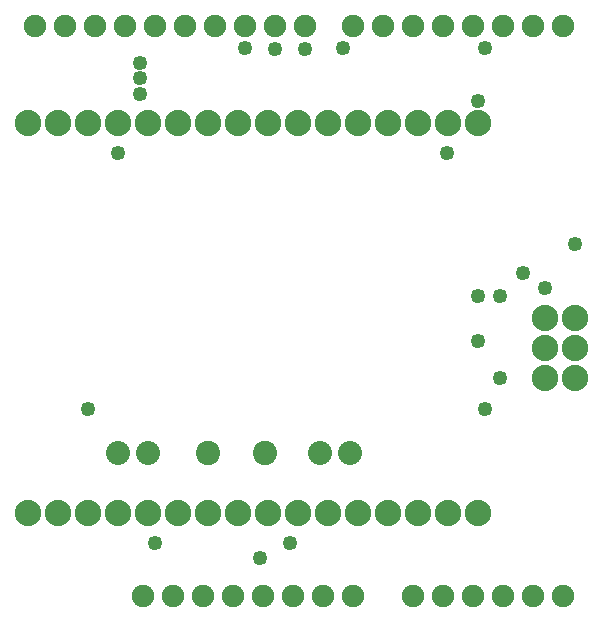
<source format=gbs>
G04 MADE WITH FRITZING*
G04 WWW.FRITZING.ORG*
G04 DOUBLE SIDED*
G04 HOLES PLATED*
G04 CONTOUR ON CENTER OF CONTOUR VECTOR*
%ASAXBY*%
%FSLAX23Y23*%
%MOIN*%
%OFA0B0*%
%SFA1.0B1.0*%
%ADD10C,0.088000*%
%ADD11C,0.049370*%
%ADD12C,0.075278*%
%ADD13C,0.080925*%
%ADD14C,0.080866*%
%ADD15C,0.080000*%
%LNMASK0*%
G90*
G70*
G54D10*
X725Y1681D03*
X825Y1681D03*
X925Y1681D03*
X1025Y1681D03*
X1125Y1681D03*
X1225Y1681D03*
X1325Y1681D03*
X1425Y1681D03*
X1525Y1681D03*
X1625Y1681D03*
X1725Y1681D03*
X1825Y1681D03*
X1925Y1681D03*
X2025Y1681D03*
X2125Y1681D03*
X2225Y1681D03*
G54D11*
X2225Y956D03*
X2300Y831D03*
X2375Y1181D03*
X1500Y231D03*
X1025Y1581D03*
X2225Y1106D03*
X2450Y1131D03*
X2551Y1280D03*
X2250Y1931D03*
X1450Y1931D03*
X2225Y1756D03*
X2300Y1106D03*
X1550Y1930D03*
X1101Y1881D03*
X1650Y1930D03*
X1100Y1831D03*
X1101Y1780D03*
X1775Y1931D03*
X1600Y281D03*
X1150Y281D03*
X2250Y730D03*
X925Y730D03*
X2124Y1581D03*
G54D12*
X2110Y106D03*
X2210Y106D03*
X2310Y106D03*
X2410Y106D03*
X2510Y106D03*
X1650Y2006D03*
X1550Y2006D03*
X1450Y2006D03*
X1350Y2006D03*
X1250Y2006D03*
X1150Y2006D03*
X1050Y2006D03*
X950Y2006D03*
X850Y2006D03*
X750Y2006D03*
X2510Y2006D03*
X2410Y2006D03*
X2310Y2006D03*
X2210Y2006D03*
X2110Y2006D03*
X2010Y2006D03*
X1910Y2006D03*
X1810Y2006D03*
X1210Y106D03*
X1110Y106D03*
X1310Y106D03*
X1410Y106D03*
X1510Y106D03*
X1610Y106D03*
X1710Y106D03*
X1810Y106D03*
X2010Y106D03*
G54D13*
X1325Y581D03*
G54D14*
X1518Y581D03*
G54D15*
X1800Y581D03*
X1700Y581D03*
X1025Y581D03*
X1125Y581D03*
G54D10*
X2450Y1031D03*
X2450Y931D03*
X2450Y831D03*
X2450Y1031D03*
X2450Y931D03*
X2450Y831D03*
X2550Y831D03*
X2550Y931D03*
X2550Y1031D03*
X725Y381D03*
X825Y381D03*
X925Y381D03*
X1025Y381D03*
X1125Y381D03*
X1225Y381D03*
X1325Y381D03*
X1425Y381D03*
X1525Y381D03*
X1625Y381D03*
X1725Y381D03*
X1825Y381D03*
X1925Y381D03*
X2025Y381D03*
X2125Y381D03*
X2225Y381D03*
G04 End of Mask0*
M02*
</source>
